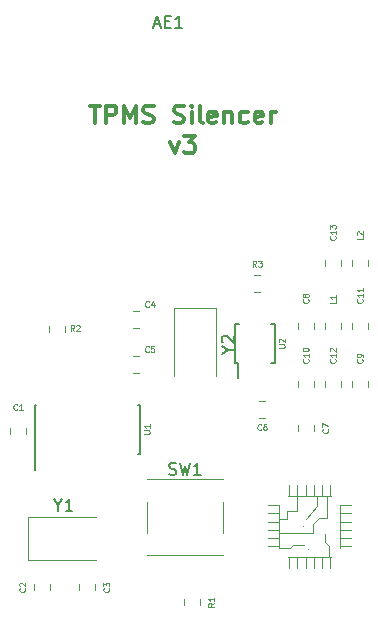
<source format=gto>
G04 #@! TF.GenerationSoftware,KiCad,Pcbnew,(5.1.0)-1*
G04 #@! TF.CreationDate,2019-04-21T11:54:00-04:00*
G04 #@! TF.ProjectId,tpms_silencer,74706d73-5f73-4696-9c65-6e6365722e6b,rev?*
G04 #@! TF.SameCoordinates,Original*
G04 #@! TF.FileFunction,Legend,Top*
G04 #@! TF.FilePolarity,Positive*
%FSLAX46Y46*%
G04 Gerber Fmt 4.6, Leading zero omitted, Abs format (unit mm)*
G04 Created by KiCad (PCBNEW (5.1.0)-1) date 2019-04-21 11:54:00*
%MOMM*%
%LPD*%
G04 APERTURE LIST*
%ADD10C,0.300000*%
%ADD11C,0.100000*%
%ADD12C,0.120000*%
%ADD13C,0.150000*%
G04 APERTURE END LIST*
D10*
X31258857Y-28891571D02*
X32116000Y-28891571D01*
X31687428Y-30391571D02*
X31687428Y-28891571D01*
X32616000Y-30391571D02*
X32616000Y-28891571D01*
X33187428Y-28891571D01*
X33330285Y-28963000D01*
X33401714Y-29034428D01*
X33473142Y-29177285D01*
X33473142Y-29391571D01*
X33401714Y-29534428D01*
X33330285Y-29605857D01*
X33187428Y-29677285D01*
X32616000Y-29677285D01*
X34116000Y-30391571D02*
X34116000Y-28891571D01*
X34616000Y-29963000D01*
X35116000Y-28891571D01*
X35116000Y-30391571D01*
X35758857Y-30320142D02*
X35973142Y-30391571D01*
X36330285Y-30391571D01*
X36473142Y-30320142D01*
X36544571Y-30248714D01*
X36616000Y-30105857D01*
X36616000Y-29963000D01*
X36544571Y-29820142D01*
X36473142Y-29748714D01*
X36330285Y-29677285D01*
X36044571Y-29605857D01*
X35901714Y-29534428D01*
X35830285Y-29463000D01*
X35758857Y-29320142D01*
X35758857Y-29177285D01*
X35830285Y-29034428D01*
X35901714Y-28963000D01*
X36044571Y-28891571D01*
X36401714Y-28891571D01*
X36616000Y-28963000D01*
X38330285Y-30320142D02*
X38544571Y-30391571D01*
X38901714Y-30391571D01*
X39044571Y-30320142D01*
X39116000Y-30248714D01*
X39187428Y-30105857D01*
X39187428Y-29963000D01*
X39116000Y-29820142D01*
X39044571Y-29748714D01*
X38901714Y-29677285D01*
X38616000Y-29605857D01*
X38473142Y-29534428D01*
X38401714Y-29463000D01*
X38330285Y-29320142D01*
X38330285Y-29177285D01*
X38401714Y-29034428D01*
X38473142Y-28963000D01*
X38616000Y-28891571D01*
X38973142Y-28891571D01*
X39187428Y-28963000D01*
X39830285Y-30391571D02*
X39830285Y-29391571D01*
X39830285Y-28891571D02*
X39758857Y-28963000D01*
X39830285Y-29034428D01*
X39901714Y-28963000D01*
X39830285Y-28891571D01*
X39830285Y-29034428D01*
X40758857Y-30391571D02*
X40616000Y-30320142D01*
X40544571Y-30177285D01*
X40544571Y-28891571D01*
X41901714Y-30320142D02*
X41758857Y-30391571D01*
X41473142Y-30391571D01*
X41330285Y-30320142D01*
X41258857Y-30177285D01*
X41258857Y-29605857D01*
X41330285Y-29463000D01*
X41473142Y-29391571D01*
X41758857Y-29391571D01*
X41901714Y-29463000D01*
X41973142Y-29605857D01*
X41973142Y-29748714D01*
X41258857Y-29891571D01*
X42616000Y-29391571D02*
X42616000Y-30391571D01*
X42616000Y-29534428D02*
X42687428Y-29463000D01*
X42830285Y-29391571D01*
X43044571Y-29391571D01*
X43187428Y-29463000D01*
X43258857Y-29605857D01*
X43258857Y-30391571D01*
X44616000Y-30320142D02*
X44473142Y-30391571D01*
X44187428Y-30391571D01*
X44044571Y-30320142D01*
X43973142Y-30248714D01*
X43901714Y-30105857D01*
X43901714Y-29677285D01*
X43973142Y-29534428D01*
X44044571Y-29463000D01*
X44187428Y-29391571D01*
X44473142Y-29391571D01*
X44616000Y-29463000D01*
X45830285Y-30320142D02*
X45687428Y-30391571D01*
X45401714Y-30391571D01*
X45258857Y-30320142D01*
X45187428Y-30177285D01*
X45187428Y-29605857D01*
X45258857Y-29463000D01*
X45401714Y-29391571D01*
X45687428Y-29391571D01*
X45830285Y-29463000D01*
X45901714Y-29605857D01*
X45901714Y-29748714D01*
X45187428Y-29891571D01*
X46544571Y-30391571D02*
X46544571Y-29391571D01*
X46544571Y-29677285D02*
X46616000Y-29534428D01*
X46687428Y-29463000D01*
X46830285Y-29391571D01*
X46973142Y-29391571D01*
X38044571Y-31941571D02*
X38401714Y-32941571D01*
X38758857Y-31941571D01*
X39187428Y-31441571D02*
X40116000Y-31441571D01*
X39616000Y-32013000D01*
X39830285Y-32013000D01*
X39973142Y-32084428D01*
X40044571Y-32155857D01*
X40116000Y-32298714D01*
X40116000Y-32655857D01*
X40044571Y-32798714D01*
X39973142Y-32870142D01*
X39830285Y-32941571D01*
X39401714Y-32941571D01*
X39258857Y-32870142D01*
X39187428Y-32798714D01*
D11*
X50615730Y-63779390D02*
X50111790Y-64283470D01*
X47245190Y-63873930D02*
X47938210Y-63873930D01*
X50458210Y-61920950D02*
X50458210Y-62771500D01*
X49308550Y-64503960D02*
X49308550Y-64503960D01*
X48096270Y-67118380D02*
X48096270Y-68016172D01*
X51577470Y-67118380D02*
X51577470Y-68016172D01*
X47220000Y-64121410D02*
X46284564Y-64121410D01*
X49340000Y-66080000D02*
X48442290Y-66078920D01*
X51135550Y-65176600D02*
X51135550Y-65176600D01*
X50111790Y-65039480D02*
X47245190Y-65039480D01*
X50881300Y-67118380D02*
X50881300Y-68016172D01*
X51277190Y-63779390D02*
X50615730Y-63779390D01*
X47220000Y-64820000D02*
X46284564Y-64817750D01*
X48730000Y-63212470D02*
X48730000Y-61920000D01*
X47938210Y-63212470D02*
X48730000Y-63212470D01*
X48792590Y-67118380D02*
X48792590Y-68016172D01*
X48160000Y-66360000D02*
X47220000Y-66360000D01*
X48442290Y-66078920D02*
X48158700Y-66360000D01*
X49706800Y-66425370D02*
X49706800Y-66425370D01*
X51277190Y-61920000D02*
X51277190Y-63779390D01*
X50111790Y-64283470D02*
X50111790Y-65039480D01*
X50184950Y-67118380D02*
X50184950Y-68016172D01*
X50458210Y-62771500D02*
X49560000Y-63890000D01*
X51155230Y-65819440D02*
X51470000Y-66140000D01*
X51470000Y-66140000D02*
X51470000Y-67090000D01*
X51155230Y-65189551D02*
X51155230Y-65819440D01*
X47938210Y-63873930D02*
X47938210Y-63212470D01*
X49488780Y-67118380D02*
X49488780Y-68016172D01*
X48792590Y-61030610D02*
X48792590Y-61920000D01*
X47220000Y-65513931D02*
X46284564Y-65513931D01*
X47220000Y-66210250D02*
X46284564Y-66210250D01*
X53324680Y-64121410D02*
X52427030Y-64121410D01*
X53324680Y-63425230D02*
X52427030Y-63425230D01*
X53324680Y-66210250D02*
X52427030Y-66210250D01*
X47220000Y-63425230D02*
X46284564Y-63425230D01*
X50184950Y-61030610D02*
X50184950Y-61920000D01*
X47220000Y-62729060D02*
X46284564Y-62729060D01*
X53324680Y-64817750D02*
X52427030Y-64817750D01*
X51577470Y-61030610D02*
X51577470Y-61910000D01*
X53324680Y-65513931D02*
X52427030Y-65513931D01*
X53324680Y-62729060D02*
X52427030Y-62729060D01*
X49488780Y-61030610D02*
X49488780Y-61920000D01*
X50880000Y-61040000D02*
X50880000Y-61910000D01*
X48090000Y-61030610D02*
X48090000Y-61910000D01*
X51632470Y-61920000D02*
X48010000Y-61920000D01*
X52420010Y-66330000D02*
X52420010Y-62707540D01*
X48010000Y-67117560D02*
X51632470Y-67117560D01*
X47222460Y-62707540D02*
X47222460Y-66330000D01*
D12*
X38332000Y-46040000D02*
X38332000Y-51790000D01*
X41932000Y-46040000D02*
X38332000Y-46040000D01*
X41932000Y-51790000D02*
X41932000Y-46040000D01*
X25978000Y-67332000D02*
X31728000Y-67332000D01*
X25978000Y-63732000D02*
X25978000Y-67332000D01*
X31728000Y-63732000D02*
X25978000Y-63732000D01*
X24436000Y-56207922D02*
X24436000Y-56725078D01*
X25856000Y-56207922D02*
X25856000Y-56725078D01*
X27888000Y-69933078D02*
X27888000Y-69415922D01*
X26468000Y-69933078D02*
X26468000Y-69415922D01*
X30278000Y-69415922D02*
X30278000Y-69933078D01*
X31698000Y-69415922D02*
X31698000Y-69933078D01*
X35389078Y-47700000D02*
X34871922Y-47700000D01*
X35389078Y-46280000D02*
X34871922Y-46280000D01*
X35389078Y-51510000D02*
X34871922Y-51510000D01*
X35389078Y-50090000D02*
X34871922Y-50090000D01*
X45539922Y-55320000D02*
X46057078Y-55320000D01*
X45539922Y-53900000D02*
X46057078Y-53900000D01*
X48820000Y-55953922D02*
X48820000Y-56471078D01*
X50240000Y-55953922D02*
X50240000Y-56471078D01*
X48820000Y-47317922D02*
X48820000Y-47835078D01*
X50240000Y-47317922D02*
X50240000Y-47835078D01*
X53392000Y-52240922D02*
X53392000Y-52758078D01*
X54812000Y-52240922D02*
X54812000Y-52758078D01*
X48820000Y-52240922D02*
X48820000Y-52758078D01*
X50240000Y-52240922D02*
X50240000Y-52758078D01*
X53392000Y-47317922D02*
X53392000Y-47835078D01*
X54812000Y-47317922D02*
X54812000Y-47835078D01*
X51106000Y-52240922D02*
X51106000Y-52758078D01*
X52526000Y-52240922D02*
X52526000Y-52758078D01*
X51106000Y-41983922D02*
X51106000Y-42501078D01*
X52526000Y-41983922D02*
X52526000Y-42501078D01*
X52526000Y-47835078D02*
X52526000Y-47317922D01*
X51106000Y-47835078D02*
X51106000Y-47317922D01*
X54812000Y-42501078D02*
X54812000Y-41983922D01*
X53392000Y-42501078D02*
X53392000Y-41983922D01*
X29158000Y-48089078D02*
X29158000Y-47571922D01*
X27738000Y-48089078D02*
X27738000Y-47571922D01*
X45128922Y-44652000D02*
X45646078Y-44652000D01*
X45128922Y-43232000D02*
X45646078Y-43232000D01*
D13*
X26563000Y-58369000D02*
X26563000Y-59744000D01*
X35438000Y-58369000D02*
X35438000Y-54219000D01*
X26538000Y-58369000D02*
X26538000Y-54219000D01*
X35438000Y-58369000D02*
X35323000Y-58369000D01*
X35438000Y-54219000D02*
X35323000Y-54219000D01*
X26538000Y-54219000D02*
X26653000Y-54219000D01*
X26538000Y-58369000D02*
X26563000Y-58369000D01*
X43762000Y-50697000D02*
X43762000Y-51922000D01*
X46887000Y-50697000D02*
X46887000Y-47347000D01*
X43537000Y-50697000D02*
X43537000Y-47347000D01*
X46887000Y-50697000D02*
X46587000Y-50697000D01*
X46887000Y-47347000D02*
X46587000Y-47347000D01*
X43537000Y-47347000D02*
X43837000Y-47347000D01*
X43537000Y-50697000D02*
X43762000Y-50697000D01*
D12*
X40588000Y-70681322D02*
X40588000Y-71198478D01*
X39168000Y-70681322D02*
X39168000Y-71198478D01*
X42516000Y-60509200D02*
X42516000Y-60539200D01*
X42516000Y-66969200D02*
X42516000Y-66939200D01*
X36056000Y-66969200D02*
X36056000Y-66939200D01*
X36056000Y-60539200D02*
X36056000Y-60509200D01*
X42516000Y-62439200D02*
X42516000Y-65039200D01*
X36056000Y-60509200D02*
X42516000Y-60509200D01*
X36056000Y-62439200D02*
X36056000Y-65039200D01*
X36056000Y-66969200D02*
X42516000Y-66969200D01*
D13*
X42908190Y-49566190D02*
X43384380Y-49566190D01*
X42384380Y-49899523D02*
X42908190Y-49566190D01*
X42384380Y-49232857D01*
X42479619Y-48947142D02*
X42432000Y-48899523D01*
X42384380Y-48804285D01*
X42384380Y-48566190D01*
X42432000Y-48470952D01*
X42479619Y-48423333D01*
X42574857Y-48375714D01*
X42670095Y-48375714D01*
X42812952Y-48423333D01*
X43384380Y-48994761D01*
X43384380Y-48375714D01*
X28551809Y-62708190D02*
X28551809Y-63184380D01*
X28218476Y-62184380D02*
X28551809Y-62708190D01*
X28885142Y-62184380D01*
X29742285Y-63184380D02*
X29170857Y-63184380D01*
X29456571Y-63184380D02*
X29456571Y-62184380D01*
X29361333Y-62327238D01*
X29266095Y-62422476D01*
X29170857Y-62470095D01*
X36689333Y-21995266D02*
X37165523Y-21995266D01*
X36594095Y-22280980D02*
X36927428Y-21280980D01*
X37260761Y-22280980D01*
X37594095Y-21757171D02*
X37927428Y-21757171D01*
X38070285Y-22280980D02*
X37594095Y-22280980D01*
X37594095Y-21280980D01*
X38070285Y-21280980D01*
X39022666Y-22280980D02*
X38451238Y-22280980D01*
X38736952Y-22280980D02*
X38736952Y-21280980D01*
X38641714Y-21423838D01*
X38546476Y-21519076D01*
X38451238Y-21566695D01*
D11*
X25062666Y-54613071D02*
X25038857Y-54636880D01*
X24967428Y-54660690D01*
X24919809Y-54660690D01*
X24848380Y-54636880D01*
X24800761Y-54589261D01*
X24776952Y-54541642D01*
X24753142Y-54446404D01*
X24753142Y-54374976D01*
X24776952Y-54279738D01*
X24800761Y-54232119D01*
X24848380Y-54184500D01*
X24919809Y-54160690D01*
X24967428Y-54160690D01*
X25038857Y-54184500D01*
X25062666Y-54208309D01*
X25538857Y-54660690D02*
X25253142Y-54660690D01*
X25396000Y-54660690D02*
X25396000Y-54160690D01*
X25348380Y-54232119D01*
X25300761Y-54279738D01*
X25253142Y-54303547D01*
X25706571Y-69757833D02*
X25730380Y-69781642D01*
X25754190Y-69853071D01*
X25754190Y-69900690D01*
X25730380Y-69972119D01*
X25682761Y-70019738D01*
X25635142Y-70043547D01*
X25539904Y-70067357D01*
X25468476Y-70067357D01*
X25373238Y-70043547D01*
X25325619Y-70019738D01*
X25278000Y-69972119D01*
X25254190Y-69900690D01*
X25254190Y-69853071D01*
X25278000Y-69781642D01*
X25301809Y-69757833D01*
X25301809Y-69567357D02*
X25278000Y-69543547D01*
X25254190Y-69495928D01*
X25254190Y-69376880D01*
X25278000Y-69329261D01*
X25301809Y-69305452D01*
X25349428Y-69281642D01*
X25397047Y-69281642D01*
X25468476Y-69305452D01*
X25754190Y-69591166D01*
X25754190Y-69281642D01*
X32816571Y-69757833D02*
X32840380Y-69781642D01*
X32864190Y-69853071D01*
X32864190Y-69900690D01*
X32840380Y-69972119D01*
X32792761Y-70019738D01*
X32745142Y-70043547D01*
X32649904Y-70067357D01*
X32578476Y-70067357D01*
X32483238Y-70043547D01*
X32435619Y-70019738D01*
X32388000Y-69972119D01*
X32364190Y-69900690D01*
X32364190Y-69853071D01*
X32388000Y-69781642D01*
X32411809Y-69757833D01*
X32364190Y-69591166D02*
X32364190Y-69281642D01*
X32554666Y-69448309D01*
X32554666Y-69376880D01*
X32578476Y-69329261D01*
X32602285Y-69305452D01*
X32649904Y-69281642D01*
X32768952Y-69281642D01*
X32816571Y-69305452D01*
X32840380Y-69329261D01*
X32864190Y-69376880D01*
X32864190Y-69519738D01*
X32840380Y-69567357D01*
X32816571Y-69591166D01*
X36216666Y-45898571D02*
X36192857Y-45922380D01*
X36121428Y-45946190D01*
X36073809Y-45946190D01*
X36002380Y-45922380D01*
X35954761Y-45874761D01*
X35930952Y-45827142D01*
X35907142Y-45731904D01*
X35907142Y-45660476D01*
X35930952Y-45565238D01*
X35954761Y-45517619D01*
X36002380Y-45470000D01*
X36073809Y-45446190D01*
X36121428Y-45446190D01*
X36192857Y-45470000D01*
X36216666Y-45493809D01*
X36645238Y-45612857D02*
X36645238Y-45946190D01*
X36526190Y-45422380D02*
X36407142Y-45779523D01*
X36716666Y-45779523D01*
X36216666Y-49708571D02*
X36192857Y-49732380D01*
X36121428Y-49756190D01*
X36073809Y-49756190D01*
X36002380Y-49732380D01*
X35954761Y-49684761D01*
X35930952Y-49637142D01*
X35907142Y-49541904D01*
X35907142Y-49470476D01*
X35930952Y-49375238D01*
X35954761Y-49327619D01*
X36002380Y-49280000D01*
X36073809Y-49256190D01*
X36121428Y-49256190D01*
X36192857Y-49280000D01*
X36216666Y-49303809D01*
X36669047Y-49256190D02*
X36430952Y-49256190D01*
X36407142Y-49494285D01*
X36430952Y-49470476D01*
X36478571Y-49446666D01*
X36597619Y-49446666D01*
X36645238Y-49470476D01*
X36669047Y-49494285D01*
X36692857Y-49541904D01*
X36692857Y-49660952D01*
X36669047Y-49708571D01*
X36645238Y-49732380D01*
X36597619Y-49756190D01*
X36478571Y-49756190D01*
X36430952Y-49732380D01*
X36407142Y-49708571D01*
X45715166Y-56312571D02*
X45691357Y-56336380D01*
X45619928Y-56360190D01*
X45572309Y-56360190D01*
X45500880Y-56336380D01*
X45453261Y-56288761D01*
X45429452Y-56241142D01*
X45405642Y-56145904D01*
X45405642Y-56074476D01*
X45429452Y-55979238D01*
X45453261Y-55931619D01*
X45500880Y-55884000D01*
X45572309Y-55860190D01*
X45619928Y-55860190D01*
X45691357Y-55884000D01*
X45715166Y-55907809D01*
X46143738Y-55860190D02*
X46048500Y-55860190D01*
X46000880Y-55884000D01*
X45977071Y-55907809D01*
X45929452Y-55979238D01*
X45905642Y-56074476D01*
X45905642Y-56264952D01*
X45929452Y-56312571D01*
X45953261Y-56336380D01*
X46000880Y-56360190D01*
X46096119Y-56360190D01*
X46143738Y-56336380D01*
X46167547Y-56312571D01*
X46191357Y-56264952D01*
X46191357Y-56145904D01*
X46167547Y-56098285D01*
X46143738Y-56074476D01*
X46096119Y-56050666D01*
X46000880Y-56050666D01*
X45953261Y-56074476D01*
X45929452Y-56098285D01*
X45905642Y-56145904D01*
X51358571Y-56295833D02*
X51382380Y-56319642D01*
X51406190Y-56391071D01*
X51406190Y-56438690D01*
X51382380Y-56510119D01*
X51334761Y-56557738D01*
X51287142Y-56581547D01*
X51191904Y-56605357D01*
X51120476Y-56605357D01*
X51025238Y-56581547D01*
X50977619Y-56557738D01*
X50930000Y-56510119D01*
X50906190Y-56438690D01*
X50906190Y-56391071D01*
X50930000Y-56319642D01*
X50953809Y-56295833D01*
X50906190Y-56129166D02*
X50906190Y-55795833D01*
X51406190Y-56010119D01*
X49708571Y-45295333D02*
X49732380Y-45319142D01*
X49756190Y-45390571D01*
X49756190Y-45438190D01*
X49732380Y-45509619D01*
X49684761Y-45557238D01*
X49637142Y-45581047D01*
X49541904Y-45604857D01*
X49470476Y-45604857D01*
X49375238Y-45581047D01*
X49327619Y-45557238D01*
X49280000Y-45509619D01*
X49256190Y-45438190D01*
X49256190Y-45390571D01*
X49280000Y-45319142D01*
X49303809Y-45295333D01*
X49470476Y-45009619D02*
X49446666Y-45057238D01*
X49422857Y-45081047D01*
X49375238Y-45104857D01*
X49351428Y-45104857D01*
X49303809Y-45081047D01*
X49280000Y-45057238D01*
X49256190Y-45009619D01*
X49256190Y-44914380D01*
X49280000Y-44866761D01*
X49303809Y-44842952D01*
X49351428Y-44819142D01*
X49375238Y-44819142D01*
X49422857Y-44842952D01*
X49446666Y-44866761D01*
X49470476Y-44914380D01*
X49470476Y-45009619D01*
X49494285Y-45057238D01*
X49518095Y-45081047D01*
X49565714Y-45104857D01*
X49660952Y-45104857D01*
X49708571Y-45081047D01*
X49732380Y-45057238D01*
X49756190Y-45009619D01*
X49756190Y-44914380D01*
X49732380Y-44866761D01*
X49708571Y-44842952D01*
X49660952Y-44819142D01*
X49565714Y-44819142D01*
X49518095Y-44842952D01*
X49494285Y-44866761D01*
X49470476Y-44914380D01*
X54280571Y-50375333D02*
X54304380Y-50399142D01*
X54328190Y-50470571D01*
X54328190Y-50518190D01*
X54304380Y-50589619D01*
X54256761Y-50637238D01*
X54209142Y-50661047D01*
X54113904Y-50684857D01*
X54042476Y-50684857D01*
X53947238Y-50661047D01*
X53899619Y-50637238D01*
X53852000Y-50589619D01*
X53828190Y-50518190D01*
X53828190Y-50470571D01*
X53852000Y-50399142D01*
X53875809Y-50375333D01*
X54328190Y-50137238D02*
X54328190Y-50042000D01*
X54304380Y-49994380D01*
X54280571Y-49970571D01*
X54209142Y-49922952D01*
X54113904Y-49899142D01*
X53923428Y-49899142D01*
X53875809Y-49922952D01*
X53852000Y-49946761D01*
X53828190Y-49994380D01*
X53828190Y-50089619D01*
X53852000Y-50137238D01*
X53875809Y-50161047D01*
X53923428Y-50184857D01*
X54042476Y-50184857D01*
X54090095Y-50161047D01*
X54113904Y-50137238D01*
X54137714Y-50089619D01*
X54137714Y-49994380D01*
X54113904Y-49946761D01*
X54090095Y-49922952D01*
X54042476Y-49899142D01*
X49708571Y-50359428D02*
X49732380Y-50383238D01*
X49756190Y-50454666D01*
X49756190Y-50502285D01*
X49732380Y-50573714D01*
X49684761Y-50621333D01*
X49637142Y-50645142D01*
X49541904Y-50668952D01*
X49470476Y-50668952D01*
X49375238Y-50645142D01*
X49327619Y-50621333D01*
X49280000Y-50573714D01*
X49256190Y-50502285D01*
X49256190Y-50454666D01*
X49280000Y-50383238D01*
X49303809Y-50359428D01*
X49756190Y-49883238D02*
X49756190Y-50168952D01*
X49756190Y-50026095D02*
X49256190Y-50026095D01*
X49327619Y-50073714D01*
X49375238Y-50121333D01*
X49399047Y-50168952D01*
X49256190Y-49573714D02*
X49256190Y-49526095D01*
X49280000Y-49478476D01*
X49303809Y-49454666D01*
X49351428Y-49430857D01*
X49446666Y-49407047D01*
X49565714Y-49407047D01*
X49660952Y-49430857D01*
X49708571Y-49454666D01*
X49732380Y-49478476D01*
X49756190Y-49526095D01*
X49756190Y-49573714D01*
X49732380Y-49621333D01*
X49708571Y-49645142D01*
X49660952Y-49668952D01*
X49565714Y-49692761D01*
X49446666Y-49692761D01*
X49351428Y-49668952D01*
X49303809Y-49645142D01*
X49280000Y-49621333D01*
X49256190Y-49573714D01*
X54280571Y-45279428D02*
X54304380Y-45303238D01*
X54328190Y-45374666D01*
X54328190Y-45422285D01*
X54304380Y-45493714D01*
X54256761Y-45541333D01*
X54209142Y-45565142D01*
X54113904Y-45588952D01*
X54042476Y-45588952D01*
X53947238Y-45565142D01*
X53899619Y-45541333D01*
X53852000Y-45493714D01*
X53828190Y-45422285D01*
X53828190Y-45374666D01*
X53852000Y-45303238D01*
X53875809Y-45279428D01*
X54328190Y-44803238D02*
X54328190Y-45088952D01*
X54328190Y-44946095D02*
X53828190Y-44946095D01*
X53899619Y-44993714D01*
X53947238Y-45041333D01*
X53971047Y-45088952D01*
X54328190Y-44327047D02*
X54328190Y-44612761D01*
X54328190Y-44469904D02*
X53828190Y-44469904D01*
X53899619Y-44517523D01*
X53947238Y-44565142D01*
X53971047Y-44612761D01*
X51994571Y-50359428D02*
X52018380Y-50383238D01*
X52042190Y-50454666D01*
X52042190Y-50502285D01*
X52018380Y-50573714D01*
X51970761Y-50621333D01*
X51923142Y-50645142D01*
X51827904Y-50668952D01*
X51756476Y-50668952D01*
X51661238Y-50645142D01*
X51613619Y-50621333D01*
X51566000Y-50573714D01*
X51542190Y-50502285D01*
X51542190Y-50454666D01*
X51566000Y-50383238D01*
X51589809Y-50359428D01*
X52042190Y-49883238D02*
X52042190Y-50168952D01*
X52042190Y-50026095D02*
X51542190Y-50026095D01*
X51613619Y-50073714D01*
X51661238Y-50121333D01*
X51685047Y-50168952D01*
X51589809Y-49692761D02*
X51566000Y-49668952D01*
X51542190Y-49621333D01*
X51542190Y-49502285D01*
X51566000Y-49454666D01*
X51589809Y-49430857D01*
X51637428Y-49407047D01*
X51685047Y-49407047D01*
X51756476Y-49430857D01*
X52042190Y-49716571D01*
X52042190Y-49407047D01*
X51994571Y-39945428D02*
X52018380Y-39969238D01*
X52042190Y-40040666D01*
X52042190Y-40088285D01*
X52018380Y-40159714D01*
X51970761Y-40207333D01*
X51923142Y-40231142D01*
X51827904Y-40254952D01*
X51756476Y-40254952D01*
X51661238Y-40231142D01*
X51613619Y-40207333D01*
X51566000Y-40159714D01*
X51542190Y-40088285D01*
X51542190Y-40040666D01*
X51566000Y-39969238D01*
X51589809Y-39945428D01*
X52042190Y-39469238D02*
X52042190Y-39754952D01*
X52042190Y-39612095D02*
X51542190Y-39612095D01*
X51613619Y-39659714D01*
X51661238Y-39707333D01*
X51685047Y-39754952D01*
X51542190Y-39302571D02*
X51542190Y-38993047D01*
X51732666Y-39159714D01*
X51732666Y-39088285D01*
X51756476Y-39040666D01*
X51780285Y-39016857D01*
X51827904Y-38993047D01*
X51946952Y-38993047D01*
X51994571Y-39016857D01*
X52018380Y-39040666D01*
X52042190Y-39088285D01*
X52042190Y-39231142D01*
X52018380Y-39278761D01*
X51994571Y-39302571D01*
X52042190Y-45371533D02*
X52042190Y-45609628D01*
X51542190Y-45609628D01*
X52042190Y-44942961D02*
X52042190Y-45228676D01*
X52042190Y-45085819D02*
X51542190Y-45085819D01*
X51613619Y-45133438D01*
X51661238Y-45181057D01*
X51685047Y-45228676D01*
X54328190Y-39961333D02*
X54328190Y-40199428D01*
X53828190Y-40199428D01*
X53875809Y-39818476D02*
X53852000Y-39794666D01*
X53828190Y-39747047D01*
X53828190Y-39628000D01*
X53852000Y-39580380D01*
X53875809Y-39556571D01*
X53923428Y-39532761D01*
X53971047Y-39532761D01*
X54042476Y-39556571D01*
X54328190Y-39842285D01*
X54328190Y-39532761D01*
X29888666Y-47978190D02*
X29722000Y-47740095D01*
X29602952Y-47978190D02*
X29602952Y-47478190D01*
X29793428Y-47478190D01*
X29841047Y-47502000D01*
X29864857Y-47525809D01*
X29888666Y-47573428D01*
X29888666Y-47644857D01*
X29864857Y-47692476D01*
X29841047Y-47716285D01*
X29793428Y-47740095D01*
X29602952Y-47740095D01*
X30079142Y-47525809D02*
X30102952Y-47502000D01*
X30150571Y-47478190D01*
X30269619Y-47478190D01*
X30317238Y-47502000D01*
X30341047Y-47525809D01*
X30364857Y-47573428D01*
X30364857Y-47621047D01*
X30341047Y-47692476D01*
X30055333Y-47978190D01*
X30364857Y-47978190D01*
X45304166Y-42518190D02*
X45137500Y-42280095D01*
X45018452Y-42518190D02*
X45018452Y-42018190D01*
X45208928Y-42018190D01*
X45256547Y-42042000D01*
X45280357Y-42065809D01*
X45304166Y-42113428D01*
X45304166Y-42184857D01*
X45280357Y-42232476D01*
X45256547Y-42256285D01*
X45208928Y-42280095D01*
X45018452Y-42280095D01*
X45470833Y-42018190D02*
X45780357Y-42018190D01*
X45613690Y-42208666D01*
X45685119Y-42208666D01*
X45732738Y-42232476D01*
X45756547Y-42256285D01*
X45780357Y-42303904D01*
X45780357Y-42422952D01*
X45756547Y-42470571D01*
X45732738Y-42494380D01*
X45685119Y-42518190D01*
X45542261Y-42518190D01*
X45494642Y-42494380D01*
X45470833Y-42470571D01*
X35794190Y-56674952D02*
X36198952Y-56674952D01*
X36246571Y-56651142D01*
X36270380Y-56627333D01*
X36294190Y-56579714D01*
X36294190Y-56484476D01*
X36270380Y-56436857D01*
X36246571Y-56413047D01*
X36198952Y-56389238D01*
X35794190Y-56389238D01*
X36294190Y-55889238D02*
X36294190Y-56174952D01*
X36294190Y-56032095D02*
X35794190Y-56032095D01*
X35865619Y-56079714D01*
X35913238Y-56127333D01*
X35937047Y-56174952D01*
X47224190Y-49402952D02*
X47628952Y-49402952D01*
X47676571Y-49379142D01*
X47700380Y-49355333D01*
X47724190Y-49307714D01*
X47724190Y-49212476D01*
X47700380Y-49164857D01*
X47676571Y-49141047D01*
X47628952Y-49117238D01*
X47224190Y-49117238D01*
X47271809Y-48902952D02*
X47248000Y-48879142D01*
X47224190Y-48831523D01*
X47224190Y-48712476D01*
X47248000Y-48664857D01*
X47271809Y-48641047D01*
X47319428Y-48617238D01*
X47367047Y-48617238D01*
X47438476Y-48641047D01*
X47724190Y-48926761D01*
X47724190Y-48617238D01*
X41754190Y-71023233D02*
X41516095Y-71189900D01*
X41754190Y-71308947D02*
X41254190Y-71308947D01*
X41254190Y-71118471D01*
X41278000Y-71070852D01*
X41301809Y-71047042D01*
X41349428Y-71023233D01*
X41420857Y-71023233D01*
X41468476Y-71047042D01*
X41492285Y-71070852D01*
X41516095Y-71118471D01*
X41516095Y-71308947D01*
X41754190Y-70547042D02*
X41754190Y-70832757D01*
X41754190Y-70689900D02*
X41254190Y-70689900D01*
X41325619Y-70737519D01*
X41373238Y-70785138D01*
X41397047Y-70832757D01*
D13*
X37952666Y-60093961D02*
X38095523Y-60141580D01*
X38333619Y-60141580D01*
X38428857Y-60093961D01*
X38476476Y-60046342D01*
X38524095Y-59951104D01*
X38524095Y-59855866D01*
X38476476Y-59760628D01*
X38428857Y-59713009D01*
X38333619Y-59665390D01*
X38143142Y-59617771D01*
X38047904Y-59570152D01*
X38000285Y-59522533D01*
X37952666Y-59427295D01*
X37952666Y-59332057D01*
X38000285Y-59236819D01*
X38047904Y-59189200D01*
X38143142Y-59141580D01*
X38381238Y-59141580D01*
X38524095Y-59189200D01*
X38857428Y-59141580D02*
X39095523Y-60141580D01*
X39286000Y-59427295D01*
X39476476Y-60141580D01*
X39714571Y-59141580D01*
X40619333Y-60141580D02*
X40047904Y-60141580D01*
X40333619Y-60141580D02*
X40333619Y-59141580D01*
X40238380Y-59284438D01*
X40143142Y-59379676D01*
X40047904Y-59427295D01*
M02*

</source>
